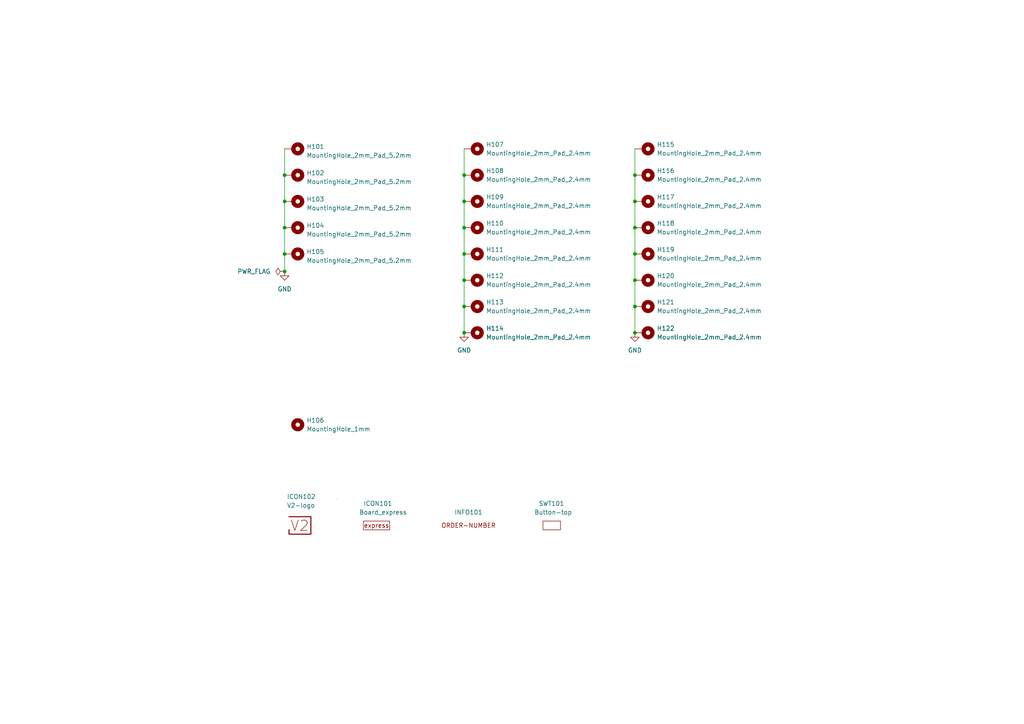
<source format=kicad_sch>
(kicad_sch (version 20221206) (generator eeschema)
  (paper "A4")
  (title_block (title "V2 express") (date "2023-01-09") (rev "1") (company "Versio Duo") (comment 1 "cover"))
  (lib_symbols
    (symbol "MountingHole_2mm_Pad_2.4mm_1" (pin_numbers hide) (pin_names (offset 1.016) hide) (in_bom no)
      (property "Reference" "H" (at 0 6.35 0))
      (property "Value" "MountingHole_2mm_Pad_2.4mm" (at 0 4.445 0))
      (symbol "MountingHole_2mm_Pad_2.4mm_1_0_1"
        (circle (center 0 1.27) (radius 1.27) (stroke (width 1.27)))
      )
      (symbol "MountingHole_2mm_Pad_2.4mm_1_1_1"
        (pin input line (at 0 -2.54 90) (length 2.54) (name "1") (number "1"))
      )
    )
    (symbol "MountingHole_2mm_Pad_2.4mm_13" (pin_numbers hide) (pin_names (offset 1.016) hide) (in_bom no)
      (property "Reference" "H" (at 0 6.35 0))
      (property "Value" "MountingHole_2mm_Pad_2.4mm" (at 0 4.445 0))
      (symbol "MountingHole_2mm_Pad_2.4mm_13_0_1"
        (circle (center 0 1.27) (radius 1.27) (stroke (width 1.27)))
      )
      (symbol "MountingHole_2mm_Pad_2.4mm_13_1_1"
        (pin input line (at 0 -2.54 90) (length 2.54) (name "1") (number "1"))
      )
    )
    (symbol "MountingHole_2mm_Pad_2.4mm_14" (pin_numbers hide) (pin_names (offset 1.016) hide) (in_bom no)
      (property "Reference" "H" (at 0 6.35 0))
      (property "Value" "MountingHole_2mm_Pad_2.4mm" (at 0 4.445 0))
      (symbol "MountingHole_2mm_Pad_2.4mm_14_0_1"
        (circle (center 0 1.27) (radius 1.27) (stroke (width 1.27)))
      )
      (symbol "MountingHole_2mm_Pad_2.4mm_14_1_1"
        (pin input line (at 0 -2.54 90) (length 2.54) (name "1") (number "1"))
      )
    )
    (symbol "MountingHole_2mm_Pad_2.4mm_15" (pin_numbers hide) (pin_names (offset 1.016) hide) (in_bom no)
      (property "Reference" "H" (at 0 6.35 0))
      (property "Value" "MountingHole_2mm_Pad_2.4mm" (at 0 4.445 0))
      (symbol "MountingHole_2mm_Pad_2.4mm_15_0_1"
        (circle (center 0 1.27) (radius 1.27) (stroke (width 1.27)))
      )
      (symbol "MountingHole_2mm_Pad_2.4mm_15_1_1"
        (pin input line (at 0 -2.54 90) (length 2.54) (name "1") (number "1"))
      )
    )
    (symbol "MountingHole_2mm_Pad_2.4mm_2" (pin_numbers hide) (pin_names (offset 1.016) hide) (in_bom no)
      (property "Reference" "H" (at 0 6.35 0))
      (property "Value" "MountingHole_2mm_Pad_2.4mm" (at 0 4.445 0))
      (symbol "MountingHole_2mm_Pad_2.4mm_2_0_1"
        (circle (center 0 1.27) (radius 1.27) (stroke (width 1.27)))
      )
      (symbol "MountingHole_2mm_Pad_2.4mm_2_1_1"
        (pin input line (at 0 -2.54 90) (length 2.54) (name "1") (number "1"))
      )
    )
    (symbol "MountingHole_2mm_Pad_2.4mm_3" (pin_numbers hide) (pin_names (offset 1.016) hide) (in_bom no)
      (property "Reference" "H" (at 0 6.35 0))
      (property "Value" "MountingHole_2mm_Pad_2.4mm" (at 0 4.445 0))
      (symbol "MountingHole_2mm_Pad_2.4mm_3_0_1"
        (circle (center 0 1.27) (radius 1.27) (stroke (width 1.27)))
      )
      (symbol "MountingHole_2mm_Pad_2.4mm_3_1_1"
        (pin input line (at 0 -2.54 90) (length 2.54) (name "1") (number "1"))
      )
    )
    (symbol "MountingHole_2mm_Pad_2.4mm_4" (pin_numbers hide) (pin_names (offset 1.016) hide) (in_bom no)
      (property "Reference" "H" (at 0 6.35 0))
      (property "Value" "MountingHole_2mm_Pad_2.4mm" (at 0 4.445 0))
      (symbol "MountingHole_2mm_Pad_2.4mm_4_0_1"
        (circle (center 0 1.27) (radius 1.27) (stroke (width 1.27)))
      )
      (symbol "MountingHole_2mm_Pad_2.4mm_4_1_1"
        (pin input line (at 0 -2.54 90) (length 2.54) (name "1") (number "1"))
      )
    )
    (symbol "V2_Artwork:Board_express" (in_bom no)
      (property "Reference" "ICON" (at 0 2.54 0))
      (property "Value" "Board_express" (at 0 -2.54 0))
      (symbol "Board_express_0_0"
        (rectangle (start -11.43 7.62) (end -11.43 7.62))
        (rectangle (start -3.81 1.27) (end 3.81 -1.27))
        (text "express" (at 0 0 0) (effects (font (size 1.27 1.27))))
      )
    )
    (symbol "V2_Artwork:V2-logo" (in_bom no)
      (property "Reference" "ICON" (at -3.81 2.54 0))
      (property "Value" "V2-logo" (at -5.08 -6.35 0))
      (symbol "V2-logo_1_0"
        (polyline (pts (xy -3.81 1.27) (xy 2.54 1.27) (xy 2.54 -3.81) (xy -3.81 -3.81) (xy -3.81 -2.54)) (stroke (width 0.3)))
        (text "V2" (at -0.6867 -1.3525 0) (effects (font (size 3 3))))
      )
    )
    (symbol "V2_Mechanical:MountingHole_1mm" (pin_names (offset 1.016)) (in_bom no)
      (property "Reference" "H" (at 0 5.08 0))
      (property "Value" "MountingHole_1mm" (at 0 3.175 0))
      (symbol "MountingHole_1mm_0_1"
        (circle (center 0 0) (radius 1.27) (stroke (width 1.27)))
      )
    )
    (symbol "V2_Mechanical:MountingHole_2mm_Pad_2.4mm" (pin_numbers hide) (pin_names (offset 1.016) hide) (in_bom no)
      (property "Reference" "H" (at 0 6.35 0))
      (property "Value" "MountingHole_2mm_Pad_2.4mm" (at 0 4.445 0))
      (symbol "MountingHole_2mm_Pad_2.4mm_0_1"
        (circle (center 0 1.27) (radius 1.27) (stroke (width 1.27)))
      )
      (symbol "MountingHole_2mm_Pad_2.4mm_1_1"
        (pin input line (at 0 -2.54 90) (length 2.54) (name "1") (number "1"))
      )
    )
    (symbol "V2_Mechanical:MountingHole_2mm_Pad_5.2mm" (pin_numbers hide) (pin_names (offset 1.016) hide) (in_bom no)
      (property "Reference" "H" (at 0 6.35 0))
      (property "Value" "MountingHole_2mm_Pad_5.2mm" (at 0 4.445 0))
      (symbol "MountingHole_2mm_Pad_5.2mm_0_1"
        (circle (center 0 1.27) (radius 1.27) (stroke (width 1.27)))
      )
      (symbol "MountingHole_2mm_Pad_5.2mm_1_1"
        (pin input line (at 0 -2.54 90) (length 2.54) (name "1") (number "1"))
      )
    )
    (symbol "V2_PCB_Devices:Button-top" (in_bom no)
      (property "Reference" "SWT1" (at 3.81 1.2701 0))
      (property "Value" "Button-top" (at 3.81 -1.2699 0))
      (symbol "Button-top_0_1"
        (rectangle (start -2.54 1.27) (end 2.54 -1.27))
      )
    )
    (symbol "V2_Production:Order_Number" (in_bom no)
      (property "Reference" "INFO" (at 0 2.54 0))
      (symbol "Order_Number_0_0"
        (text "ORDER-NUMBER" (at 0 0 0) (effects (font (size 1.27 1.27))))
      )
    )
    (symbol "power:GND" (power) (pin_names (offset 0))
      (property "Value" "GND" (at 0 -3.81 0))
      (symbol "GND_0_1"
        (polyline (pts (xy 0 0) (xy 0 -1.27) (xy 1.27 -1.27) (xy 0 -2.54) (xy -1.27 -1.27) (xy 0 -1.27)))
      )
      (symbol "GND_1_1"
        (pin power_in line (at 0 0 270) (length 0) hide (name "GND") (number "1"))
      )
    )
    (symbol "power:PWR_FLAG" (power) (pin_numbers hide) (pin_names (offset 0) hide)
      (property "Value" "PWR_FLAG" (at 0 3.81 0))
      (symbol "PWR_FLAG_0_0"
        (pin power_out line (at 0 0 90) (length 0) (name "pwr") (number "1"))
      )
      (symbol "PWR_FLAG_0_1"
        (polyline (pts (xy 0 0) (xy 0 1.27) (xy -1.016 1.905) (xy 0 2.54) (xy 1.016 1.905) (xy 0 1.27)))
      )
    )
  )
  (junction (at 82.55 66.04))
  (junction (at 184.15 96.52))
  (junction (at 184.15 58.42))
  (junction (at 134.62 66.04))
  (junction (at 134.62 81.28))
  (junction (at 134.62 88.9))
  (junction (at 134.62 58.42))
  (junction (at 134.62 96.52))
  (junction (at 82.55 73.66))
  (junction (at 184.15 50.8))
  (junction (at 82.55 50.8))
  (junction (at 184.15 73.66))
  (junction (at 82.55 58.42))
  (junction (at 82.55 78.74))
  (junction (at 184.15 66.04))
  (junction (at 134.62 50.8))
  (junction (at 184.15 88.9))
  (junction (at 184.15 81.28))
  (junction (at 134.62 73.66))
  (wire (pts (xy 82.55 43.18) (xy 82.55 50.8)))
  (wire (pts (xy 184.15 81.28) (xy 184.15 88.9)))
  (wire (pts (xy 134.62 88.9) (xy 134.62 96.52)))
  (wire (pts (xy 184.15 50.8) (xy 184.15 58.42)))
  (wire (pts (xy 82.55 73.66) (xy 82.55 78.74)))
  (wire (pts (xy 134.62 50.8) (xy 134.62 58.42)))
  (wire (pts (xy 82.55 66.04) (xy 82.55 73.66)))
  (wire (pts (xy 134.62 81.28) (xy 134.62 88.9)))
  (wire (pts (xy 82.55 50.8) (xy 82.55 58.42)))
  (wire (pts (xy 184.15 58.42) (xy 184.15 66.04)))
  (wire (pts (xy 184.15 73.66) (xy 184.15 81.28)))
  (wire (pts (xy 134.62 66.04) (xy 134.62 73.66)))
  (wire (pts (xy 134.62 58.42) (xy 134.62 66.04)))
  (wire (pts (xy 184.15 88.9) (xy 184.15 96.52)))
  (wire (pts (xy 82.55 58.42) (xy 82.55 66.04)))
  (wire (pts (xy 134.62 73.66) (xy 134.62 81.28)))
  (wire (pts (xy 134.62 43.18) (xy 134.62 50.8)))
  (wire (pts (xy 184.15 43.18) (xy 184.15 50.8)))
  (wire (pts (xy 184.15 66.04) (xy 184.15 73.66)))
  (symbol (lib_name "MountingHole_2mm_Pad_2.4mm_1") (lib_id "V2_Mechanical:MountingHole_2mm_Pad_2.4mm") (at 186.69 66.04 270) (unit 1)
    (property "Reference" "H118" (at 190.5 64.7699 90) (effects (justify left)))
    (property "Value" "MountingHole_2mm_Pad_2.4mm" (at 190.5 67.3099 90) (effects (justify left)))
    (property "Footprint" "V2_Mechanical:MountingHole_2mm_Pad_2.4mm" (effects hide))
  )
  (symbol (lib_id "V2_Mechanical:MountingHole_2mm_Pad_2.4mm") (at 137.16 66.04 270) (unit 1)
    (property "Reference" "H110" (at 140.97 64.7699 90) (effects (justify left)))
    (property "Value" "MountingHole_2mm_Pad_2.4mm" (at 140.97 67.3099 90) (effects (justify left)))
    (property "Footprint" "V2_Mechanical:MountingHole_2mm_Pad_2.4mm" (effects hide))
  )
  (symbol (lib_id "power:GND") (at 184.15 96.52 0) (unit 1)
    (property "Reference" "#PWR0103" (effects hide))
    (property "Value" "GND" (at 184.15 101.6 0))
  )
  (symbol (lib_id "V2_Mechanical:MountingHole_2mm_Pad_2.4mm") (at 137.16 58.42 270) (unit 1)
    (property "Reference" "H109" (at 140.97 57.1499 90) (effects (justify left)))
    (property "Value" "MountingHole_2mm_Pad_2.4mm" (at 140.97 59.6899 90) (effects (justify left)))
    (property "Footprint" "V2_Mechanical:MountingHole_2mm_Pad_2.4mm" (effects hide))
  )
  (symbol (lib_id "V2_Mechanical:MountingHole_2mm_Pad_5.2mm") (at 85.09 58.42 270) (unit 1)
    (property "Reference" "H103" (at 88.9 57.785 90) (effects (justify left)))
    (property "Value" "MountingHole_2mm_Pad_5.2mm" (at 88.9 60.325 90) (effects (justify left)))
    (property "Footprint" "V2_Mechanical:Mounting_Hole_2mm_Pad_5.2mm" (effects hide))
  )
  (symbol (lib_name "MountingHole_2mm_Pad_2.4mm_2") (lib_id "V2_Mechanical:MountingHole_2mm_Pad_2.4mm") (at 186.69 50.8 270) (unit 1)
    (property "Reference" "H116" (at 190.5 49.5299 90) (effects (justify left)))
    (property "Value" "MountingHole_2mm_Pad_2.4mm" (at 190.5 52.0699 90) (effects (justify left)))
    (property "Footprint" "V2_Mechanical:MountingHole_2mm_Pad_2.4mm" (effects hide))
  )
  (symbol (lib_id "power:GND") (at 82.55 78.74 0) (unit 1)
    (property "Reference" "#PWR0101" (effects hide))
    (property "Value" "GND" (at 82.55 83.82 0))
  )
  (symbol (lib_name "MountingHole_2mm_Pad_2.4mm_3") (lib_id "V2_Mechanical:MountingHole_2mm_Pad_2.4mm") (at 186.69 58.42 270) (unit 1)
    (property "Reference" "H117" (at 190.5 57.1499 90) (effects (justify left)))
    (property "Value" "MountingHole_2mm_Pad_2.4mm" (at 190.5 59.6899 90) (effects (justify left)))
    (property "Footprint" "V2_Mechanical:MountingHole_2mm_Pad_2.4mm" (effects hide))
  )
  (symbol (lib_id "V2_Mechanical:MountingHole_2mm_Pad_2.4mm") (at 137.16 43.18 270) (unit 1)
    (property "Reference" "H107" (at 140.97 41.9099 90) (effects (justify left)))
    (property "Value" "MountingHole_2mm_Pad_2.4mm" (at 140.97 44.4499 90) (effects (justify left)))
    (property "Footprint" "V2_Mechanical:MountingHole_2mm_Pad_2.4mm" (effects hide))
  )
  (symbol (lib_id "V2_Mechanical:MountingHole_2mm_Pad_2.4mm") (at 186.69 73.66 270) (unit 1)
    (property "Reference" "H119" (at 190.5 72.3899 90) (effects (justify left)))
    (property "Value" "MountingHole_2mm_Pad_2.4mm" (at 190.5 74.9299 90) (effects (justify left)))
    (property "Footprint" "V2_Mechanical:MountingHole_2mm_Pad_2.4mm" (effects hide))
  )
  (symbol (lib_id "V2_Mechanical:MountingHole_2mm_Pad_2.4mm") (at 137.16 96.52 270) (unit 1)
    (property "Reference" "H114" (at 140.97 95.2499 90) (effects (justify left)))
    (property "Value" "MountingHole_2mm_Pad_2.4mm" (at 140.97 97.7899 90) (effects (justify left)))
    (property "Footprint" "V2_Mechanical:MountingHole_2mm_Pad_2.4mm" (effects hide))
  )
  (symbol (lib_name "MountingHole_2mm_Pad_2.4mm_13") (lib_id "V2_Mechanical:MountingHole_2mm_Pad_2.4mm") (at 186.69 96.52 270) (unit 1)
    (property "Reference" "H122" (at 190.5 95.2499 90) (effects (justify left)))
    (property "Value" "MountingHole_2mm_Pad_2.4mm" (at 190.5 97.7899 90) (effects (justify left)))
    (property "Footprint" "V2_Mechanical:MountingHole_2mm_Pad_2.4mm" (effects hide))
  )
  (symbol (lib_id "V2_Mechanical:MountingHole_2mm_Pad_2.4mm") (at 137.16 73.66 270) (unit 1)
    (property "Reference" "H111" (at 140.97 72.3899 90) (effects (justify left)))
    (property "Value" "MountingHole_2mm_Pad_2.4mm" (at 140.97 74.9299 90) (effects (justify left)))
    (property "Footprint" "V2_Mechanical:MountingHole_2mm_Pad_2.4mm" (effects hide))
  )
  (symbol (lib_id "V2_Production:Order_Number") (at 135.89 152.4 0) (unit 1) (in_bom no)
    (property "Reference" "INFO101" (at 135.89 148.59 0))
    (property "Value" "Order_Number" (effects hide))
    (property "Footprint" "V2_Production:Order_Number" (effects hide))
  )
  (symbol (lib_id "V2_Artwork:Board_express") (at 109.22 152.4 0) (unit 1) (in_bom no)
    (property "Reference" "ICON101" (at 105.41 146.05 0) (effects (justify left)))
    (property "Value" "Board_express" (at 104.14 148.59 0) (effects (justify left)))
    (property "Footprint" "V2_Artwork:Board_express_Small" (effects hide))
  )
  (symbol (lib_name "MountingHole_2mm_Pad_2.4mm_15") (lib_id "V2_Mechanical:MountingHole_2mm_Pad_2.4mm") (at 186.69 81.28 270) (unit 1)
    (property "Reference" "H120" (at 190.5 80.0099 90) (effects (justify left)))
    (property "Value" "MountingHole_2mm_Pad_2.4mm" (at 190.5 82.5499 90) (effects (justify left)))
    (property "Footprint" "V2_Mechanical:MountingHole_2mm_Pad_2.4mm" (effects hide))
  )
  (symbol (lib_name "MountingHole_2mm_Pad_2.4mm_14") (lib_id "V2_Mechanical:MountingHole_2mm_Pad_2.4mm") (at 186.69 88.9 270) (unit 1)
    (property "Reference" "H121" (at 190.5 87.6299 90) (effects (justify left)))
    (property "Value" "MountingHole_2mm_Pad_2.4mm" (at 190.5 90.1699 90) (effects (justify left)))
    (property "Footprint" "V2_Mechanical:MountingHole_2mm_Pad_2.4mm" (effects hide))
  )
  (symbol (lib_id "V2_PCB_Devices:Button-top") (at 160.02 152.4 0) (unit 1) (in_bom no)
    (property "Reference" "SWT101" (at 156.21 146.0499 0) (effects (justify left)))
    (property "Value" "Button-top" (at 154.94 148.5899 0) (effects (justify left)))
    (property "Footprint" "V2_PCB_Devices:PCB_Button-top" (effects hide))
  )
  (symbol (lib_id "V2_Mechanical:MountingHole_2mm_Pad_5.2mm") (at 85.09 73.66 270) (unit 1)
    (property "Reference" "H105" (at 88.9 73.025 90) (effects (justify left)))
    (property "Value" "MountingHole_2mm_Pad_5.2mm" (at 88.9 75.565 90) (effects (justify left)))
    (property "Footprint" "V2_Mechanical:Mounting_Hole_2mm_Pad_5.2mm" (effects hide))
  )
  (symbol (lib_id "V2_Mechanical:MountingHole_2mm_Pad_5.2mm") (at 85.09 43.18 270) (unit 1)
    (property "Reference" "H101" (at 88.9 42.545 90) (effects (justify left)))
    (property "Value" "MountingHole_2mm_Pad_5.2mm" (at 88.9 45.085 90) (effects (justify left)))
    (property "Footprint" "V2_Mechanical:Mounting_Hole_2mm_Pad_5.2mm" (effects hide))
  )
  (symbol (lib_id "power:GND") (at 134.62 96.52 0) (unit 1)
    (property "Reference" "#PWR0102" (effects hide))
    (property "Value" "GND" (at 134.62 101.6 0))
  )
  (symbol (lib_id "V2_Mechanical:MountingHole_2mm_Pad_5.2mm") (at 85.09 50.8 270) (unit 1)
    (property "Reference" "H102" (at 88.9 50.165 90) (effects (justify left)))
    (property "Value" "MountingHole_2mm_Pad_5.2mm" (at 88.9 52.705 90) (effects (justify left)))
    (property "Footprint" "V2_Mechanical:Mounting_Hole_2mm_Pad_5.2mm" (effects hide))
  )
  (symbol (lib_name "MountingHole_2mm_Pad_2.4mm_4") (lib_id "V2_Mechanical:MountingHole_2mm_Pad_2.4mm") (at 186.69 43.18 270) (unit 1)
    (property "Reference" "H115" (at 190.5 41.9099 90) (effects (justify left)))
    (property "Value" "MountingHole_2mm_Pad_2.4mm" (at 190.5 44.4499 90) (effects (justify left)))
    (property "Footprint" "V2_Mechanical:MountingHole_2mm_Pad_2.4mm" (effects hide))
  )
  (symbol (lib_id "V2_Mechanical:MountingHole_2mm_Pad_2.4mm") (at 137.16 50.8 270) (unit 1)
    (property "Reference" "H108" (at 140.97 49.5299 90) (effects (justify left)))
    (property "Value" "MountingHole_2mm_Pad_2.4mm" (at 140.97 52.0699 90) (effects (justify left)))
    (property "Footprint" "V2_Mechanical:MountingHole_2mm_Pad_2.4mm" (effects hide))
  )
  (symbol (lib_id "power:PWR_FLAG") (at 82.55 78.74 90) (unit 1)
    (property "Reference" "#FLG0101" (effects hide))
    (property "Value" "PWR_FLAG" (at 73.66 78.74 90))
  )
  (symbol (lib_id "V2_Mechanical:MountingHole_2mm_Pad_2.4mm") (at 137.16 81.28 270) (unit 1)
    (property "Reference" "H112" (at 140.97 80.0099 90) (effects (justify left)))
    (property "Value" "MountingHole_2mm_Pad_2.4mm" (at 140.97 82.5499 90) (effects (justify left)))
    (property "Footprint" "V2_Mechanical:MountingHole_2mm_Pad_2.4mm" (effects hide))
  )
  (symbol (lib_id "V2_Mechanical:MountingHole_2mm_Pad_2.4mm") (at 137.16 88.9 270) (unit 1)
    (property "Reference" "H113" (at 140.97 87.6299 90) (effects (justify left)))
    (property "Value" "MountingHole_2mm_Pad_2.4mm" (at 140.97 90.1699 90) (effects (justify left)))
    (property "Footprint" "V2_Mechanical:MountingHole_2mm_Pad_2.4mm" (effects hide))
  )
  (symbol (lib_id "V2_Mechanical:MountingHole_1mm") (at 86.36 123.19 0) (unit 1)
    (property "Reference" "H106" (at 88.9 121.9199 0) (effects (justify left)))
    (property "Value" "MountingHole_1mm" (at 88.9 124.4599 0) (effects (justify left)))
    (property "Footprint" "V2_Mechanical:MountingHole_1mm" (effects hide))
  )
  (symbol (lib_id "V2_Artwork:V2-logo") (at 87.63 151.13 0) (unit 1) (in_bom no)
    (property "Reference" "ICON102" (at 83.185 144.78 0) (effects (justify left bottom)))
    (property "Value" "V2-logo" (at 83.185 147.32 0) (effects (justify left bottom)))
    (property "Footprint" "V2_Artwork:Logo_Small" (effects hide))
  )
  (symbol (lib_id "V2_Mechanical:MountingHole_2mm_Pad_5.2mm") (at 85.09 66.04 270) (unit 1)
    (property "Reference" "H104" (at 88.9 65.405 90) (effects (justify left)))
    (property "Value" "MountingHole_2mm_Pad_5.2mm" (at 88.9 67.945 90) (effects (justify left)))
    (property "Footprint" "V2_Mechanical:Mounting_Hole_2mm_Pad_5.2mm" (effects hide))
  )
)
</source>
